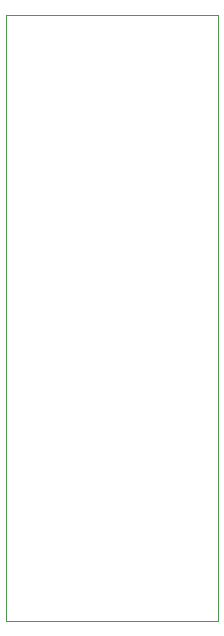
<source format=gbr>
%TF.GenerationSoftware,KiCad,Pcbnew,8.0.6*%
%TF.CreationDate,2024-11-24T01:02:09-06:00*%
%TF.ProjectId,ATesp32,41546573-7033-4322-9e6b-696361645f70,rev?*%
%TF.SameCoordinates,PX47868c0PY608f3d0*%
%TF.FileFunction,Profile,NP*%
%FSLAX46Y46*%
G04 Gerber Fmt 4.6, Leading zero omitted, Abs format (unit mm)*
G04 Created by KiCad (PCBNEW 8.0.6) date 2024-11-24 01:02:09*
%MOMM*%
%LPD*%
G01*
G04 APERTURE LIST*
%TA.AperFunction,Profile*%
%ADD10C,0.050000*%
%TD*%
G04 APERTURE END LIST*
D10*
X0Y51250000D02*
X18000000Y51250000D01*
X18000000Y0D01*
X0Y0D01*
X0Y51250000D01*
M02*

</source>
